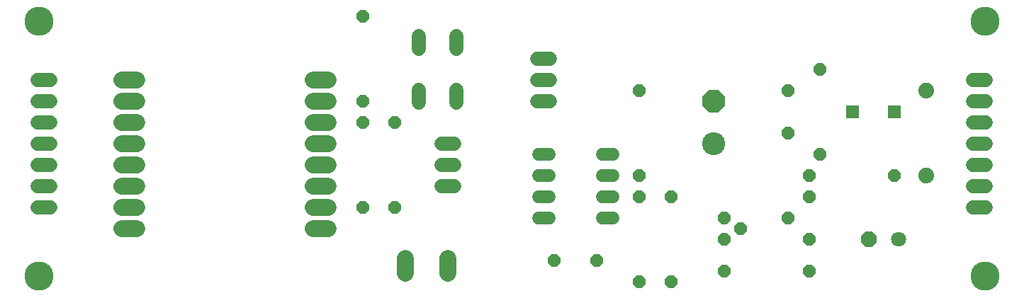
<source format=gbs>
G75*
%MOIN*%
%OFA0B0*%
%FSLAX25Y25*%
%IPPOS*%
%LPD*%
%AMOC8*
5,1,8,0,0,1.08239X$1,22.5*
%
%ADD10C,0.13700*%
%ADD11C,0.10800*%
%ADD12OC8,0.10800*%
%ADD13OC8,0.06000*%
%ADD14OC8,0.07100*%
%ADD15C,0.07100*%
%ADD16C,0.07400*%
%ADD17C,0.06000*%
%ADD18C,0.06800*%
%ADD19R,0.05950X0.05950*%
%ADD20C,0.08000*%
%ADD21C,0.07850*%
D10*
X0019100Y0019100D03*
X0019100Y0139100D03*
X0464100Y0139100D03*
X0464100Y0019100D03*
D11*
X0336600Y0081600D03*
D12*
X0336600Y0101600D03*
D13*
X0301600Y0106600D03*
X0371600Y0106600D03*
X0386600Y0116600D03*
X0371600Y0086600D03*
X0386600Y0076600D03*
X0381600Y0066600D03*
X0381600Y0056600D03*
X0371600Y0046600D03*
X0349100Y0041600D03*
X0341600Y0046600D03*
X0316600Y0056600D03*
X0301600Y0056600D03*
X0301600Y0066600D03*
X0341600Y0036600D03*
X0381600Y0036600D03*
X0381600Y0021600D03*
X0341600Y0021600D03*
X0316600Y0016600D03*
X0301600Y0016600D03*
X0281600Y0026600D03*
X0261600Y0026600D03*
X0186600Y0051600D03*
X0171600Y0051600D03*
X0171600Y0091600D03*
X0186600Y0091600D03*
X0171600Y0101600D03*
X0171600Y0141600D03*
X0421600Y0066600D03*
D14*
X0409600Y0036600D03*
D15*
X0423600Y0036600D03*
D16*
X0436600Y0066600D03*
X0436600Y0106600D03*
D17*
X0289200Y0076600D02*
X0284000Y0076600D01*
X0259200Y0076600D02*
X0254000Y0076600D01*
X0254000Y0066600D02*
X0259200Y0066600D01*
X0284000Y0066600D02*
X0289200Y0066600D01*
X0289200Y0056600D02*
X0284000Y0056600D01*
X0259200Y0056600D02*
X0254000Y0056600D01*
X0254000Y0046600D02*
X0259200Y0046600D01*
X0284000Y0046600D02*
X0289200Y0046600D01*
D18*
X0214600Y0061600D02*
X0208600Y0061600D01*
X0208600Y0071600D02*
X0214600Y0071600D01*
X0214600Y0081600D02*
X0208600Y0081600D01*
X0215500Y0100800D02*
X0215500Y0106800D01*
X0197700Y0106800D02*
X0197700Y0100800D01*
X0253600Y0101600D02*
X0259600Y0101600D01*
X0259600Y0111600D02*
X0253600Y0111600D01*
X0253600Y0121600D02*
X0259600Y0121600D01*
X0215500Y0126400D02*
X0215500Y0132400D01*
X0197700Y0132400D02*
X0197700Y0126400D01*
X0024600Y0111600D02*
X0018600Y0111600D01*
X0018600Y0101600D02*
X0024600Y0101600D01*
X0024600Y0091600D02*
X0018600Y0091600D01*
X0018600Y0081600D02*
X0024600Y0081600D01*
X0024600Y0071600D02*
X0018600Y0071600D01*
X0018600Y0061600D02*
X0024600Y0061600D01*
X0024600Y0051600D02*
X0018600Y0051600D01*
X0458600Y0051600D02*
X0464600Y0051600D01*
X0464600Y0061600D02*
X0458600Y0061600D01*
X0458600Y0071600D02*
X0464600Y0071600D01*
X0464600Y0081600D02*
X0458600Y0081600D01*
X0458600Y0091600D02*
X0464600Y0091600D01*
X0464600Y0101600D02*
X0458600Y0101600D01*
X0458600Y0111600D02*
X0464600Y0111600D01*
D19*
X0421443Y0096600D03*
X0401757Y0096600D03*
D20*
X0155200Y0091600D02*
X0148000Y0091600D01*
X0148000Y0081600D02*
X0155200Y0081600D01*
X0155200Y0071600D02*
X0148000Y0071600D01*
X0148000Y0061600D02*
X0155200Y0061600D01*
X0155200Y0051600D02*
X0148000Y0051600D01*
X0148000Y0041600D02*
X0155200Y0041600D01*
X0065200Y0041600D02*
X0058000Y0041600D01*
X0058000Y0051600D02*
X0065200Y0051600D01*
X0065200Y0061600D02*
X0058000Y0061600D01*
X0058000Y0071600D02*
X0065200Y0071600D01*
X0065200Y0081600D02*
X0058000Y0081600D01*
X0058000Y0091600D02*
X0065200Y0091600D01*
X0065200Y0101600D02*
X0058000Y0101600D01*
X0058000Y0111600D02*
X0065200Y0111600D01*
X0148000Y0111600D02*
X0155200Y0111600D01*
X0155200Y0101600D02*
X0148000Y0101600D01*
D21*
X0191600Y0027625D02*
X0191600Y0020575D01*
X0211600Y0020575D02*
X0211600Y0027625D01*
M02*

</source>
